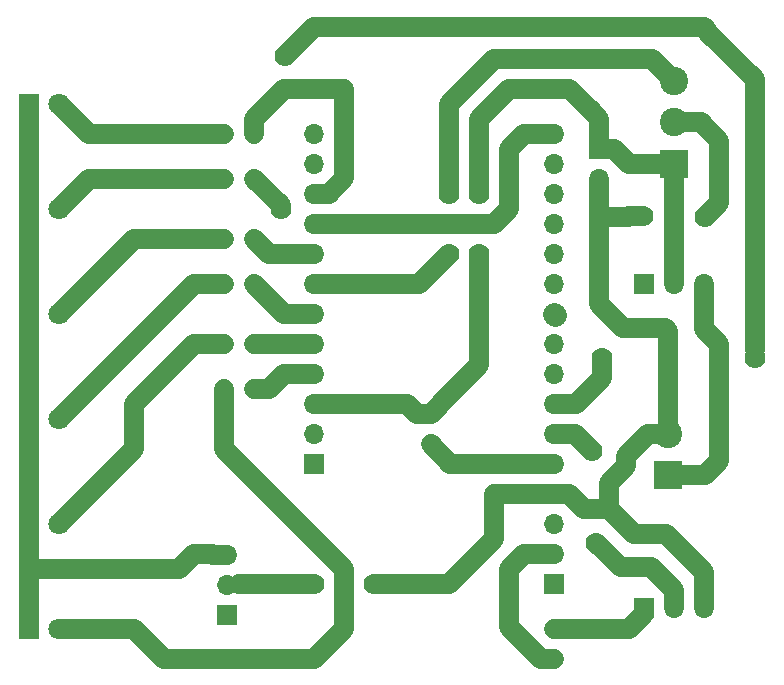
<source format=gbr>
G04 #@! TF.GenerationSoftware,KiCad,Pcbnew,5.1.2-f72e74a~84~ubuntu18.04.1*
G04 #@! TF.CreationDate,2020-03-17T13:19:11-04:00*
G04 #@! TF.ProjectId,knuth-gateway,6b6e7574-682d-4676-9174-657761792e6b,rev?*
G04 #@! TF.SameCoordinates,Original*
G04 #@! TF.FileFunction,Copper,L2,Bot*
G04 #@! TF.FilePolarity,Positive*
%FSLAX46Y46*%
G04 Gerber Fmt 4.6, Leading zero omitted, Abs format (unit mm)*
G04 Created by KiCad (PCBNEW 5.1.2-f72e74a~84~ubuntu18.04.1) date 2020-03-17 13:19:11*
%MOMM*%
%LPD*%
G04 APERTURE LIST*
%ADD10O,1.600000X1.600000*%
%ADD11C,1.600000*%
%ADD12O,1.700000X1.700000*%
%ADD13R,1.700000X1.700000*%
%ADD14R,2.400000X2.400000*%
%ADD15C,2.400000*%
%ADD16C,1.800000*%
%ADD17R,1.800000X1.800000*%
%ADD18C,1.778000*%
%ADD19C,1.700000*%
%ADD20C,1.905000*%
G04 APERTURE END LIST*
D10*
X49530000Y-54610000D03*
D11*
X49530000Y-57150000D03*
D12*
X21831300Y-48336200D03*
X21831300Y-50876200D03*
D13*
X21831300Y-53416200D03*
X57099200Y-52844700D03*
D12*
X59639200Y-52844700D03*
X62179200Y-52844700D03*
D14*
X59131200Y-41643300D03*
D15*
X59131200Y-38143300D03*
D10*
X44450000Y-43180000D03*
D11*
X44450000Y-40640000D03*
D10*
X39052500Y-38989000D03*
D11*
X39052500Y-36449000D03*
D10*
X21590000Y-12700000D03*
D11*
X24130000Y-12700000D03*
D10*
X21590000Y-16510000D03*
D11*
X24130000Y-16510000D03*
D10*
X21590000Y-21590000D03*
D11*
X24130000Y-21590000D03*
D10*
X21590000Y-25400000D03*
D11*
X24130000Y-25400000D03*
D10*
X21590000Y-34290000D03*
D11*
X24130000Y-34290000D03*
D10*
X21590000Y-30480000D03*
D11*
X24130000Y-30480000D03*
D13*
X49530000Y-50800000D03*
D12*
X49530000Y-48260000D03*
X49530000Y-45720000D03*
X49530000Y-43180000D03*
X49530000Y-40640000D03*
X49530000Y-38100000D03*
X49530000Y-35560000D03*
X49530000Y-33020000D03*
X49530000Y-30480000D03*
X49530000Y-27940000D03*
X49530000Y-25400000D03*
X49530000Y-22860000D03*
X49530000Y-20320000D03*
X49530000Y-17780000D03*
X49530000Y-15240000D03*
X49530000Y-12700000D03*
D13*
X29210000Y-40640000D03*
D12*
X29210000Y-38100000D03*
X29210000Y-35560000D03*
X29210000Y-33020000D03*
X29210000Y-30480000D03*
X29210000Y-27940000D03*
X29210000Y-25400000D03*
X29210000Y-22860000D03*
X29210000Y-20320000D03*
X29210000Y-17780000D03*
X29210000Y-15240000D03*
X29210000Y-12700000D03*
D16*
X7620000Y-54610000D03*
D17*
X5080000Y-54610000D03*
X5080000Y-45720000D03*
D16*
X7620000Y-45720000D03*
X7620000Y-36830000D03*
D17*
X5080000Y-36830000D03*
X5080000Y-27940000D03*
D16*
X7620000Y-27940000D03*
X7620000Y-19050000D03*
D17*
X5080000Y-19050000D03*
X5080000Y-10160000D03*
D16*
X7620000Y-10160000D03*
D12*
X53340000Y-16510000D03*
D13*
X53340000Y-13970000D03*
D15*
X59690000Y-8240000D03*
X59690000Y-11740000D03*
D14*
X59690000Y-15240000D03*
D13*
X57150000Y-25400000D03*
D12*
X59690000Y-25400000D03*
X62230000Y-25400000D03*
D18*
X62306200Y-19748500D03*
X57073800Y-19710400D03*
X34290000Y-50800000D03*
X29210000Y-50800000D03*
X40640000Y-22860000D03*
X40640000Y-17780000D03*
X43180000Y-22860000D03*
X43180000Y-17780000D03*
X52717700Y-39547800D03*
X53060600Y-47332900D03*
X53581300Y-31711900D03*
X66509900Y-31661100D03*
X26733500Y-6096000D03*
X26352500Y-19050000D03*
D19*
X61920000Y-11740000D02*
X59690000Y-11740000D01*
X63500000Y-13320000D02*
X61920000Y-11740000D01*
X49530000Y-43180000D02*
X44450000Y-43180000D01*
X44450000Y-43180000D02*
X44450000Y-46990000D01*
X44450000Y-46990000D02*
X40640000Y-50800000D01*
X40640000Y-50800000D02*
X34290000Y-50800000D01*
X22860000Y-50800000D02*
X29210000Y-50800000D01*
X57800000Y-6350000D02*
X59690000Y-8240000D01*
X44450000Y-6350000D02*
X57800000Y-6350000D01*
X44450000Y-6350000D02*
X43180000Y-7620000D01*
X43180000Y-7620000D02*
X40640000Y-10160000D01*
X40640000Y-10160000D02*
X40640000Y-17780000D01*
X38100000Y-25400000D02*
X40640000Y-22860000D01*
X29210000Y-25400000D02*
X38100000Y-25400000D01*
D20*
X49606200Y-28016200D02*
X49530000Y-27940000D01*
D19*
X58864500Y-29146500D02*
X55372000Y-29146500D01*
X55372000Y-29146500D02*
X53340000Y-27114500D01*
X50732081Y-43180000D02*
X52014781Y-44462700D01*
X49530000Y-43180000D02*
X50732081Y-43180000D01*
X52014781Y-44462700D02*
X52387022Y-44462700D01*
X52014781Y-44462700D02*
X54165500Y-44462700D01*
X54165500Y-44462700D02*
X56273700Y-46570900D01*
X56273700Y-46570900D02*
X58953400Y-46570900D01*
X62179200Y-49796700D02*
X62179200Y-52844700D01*
X58953400Y-46570900D02*
X62179200Y-49796700D01*
X54165500Y-44462700D02*
X54165500Y-42240200D01*
X57434144Y-38143300D02*
X55587900Y-39989544D01*
X59131200Y-38143300D02*
X57434144Y-38143300D01*
X59131200Y-29413200D02*
X59131200Y-38143300D01*
X58864500Y-29146500D02*
X59131200Y-29413200D01*
X55587900Y-40817800D02*
X54165500Y-42240200D01*
X55587900Y-39989544D02*
X55587900Y-40817800D01*
X63195199Y-18859501D02*
X62306200Y-19748500D01*
X63500000Y-18554700D02*
X63195199Y-18859501D01*
X63500000Y-13320000D02*
X63500000Y-18554700D01*
X55765765Y-19761200D02*
X53340000Y-19761200D01*
X55816565Y-19710400D02*
X55765765Y-19761200D01*
X57073800Y-19710400D02*
X55816565Y-19710400D01*
X53340000Y-27114500D02*
X53340000Y-19761200D01*
X53340000Y-19761200D02*
X53340000Y-16510000D01*
X29210000Y-30480000D02*
X25400000Y-30480000D01*
X25400000Y-30480000D02*
X24130000Y-30480000D01*
X39370000Y-20320000D02*
X29210000Y-20320000D01*
X45720000Y-13970000D02*
X45720000Y-19050000D01*
X44450000Y-20320000D02*
X39370000Y-20320000D01*
X49530000Y-12700000D02*
X46990000Y-12700000D01*
X45720000Y-19050000D02*
X44450000Y-20320000D01*
X46990000Y-12700000D02*
X45720000Y-13970000D01*
X63500000Y-40424100D02*
X62280800Y-41643300D01*
X63500000Y-30480000D02*
X63500000Y-40424100D01*
X62230000Y-25400000D02*
X62230000Y-29210000D01*
X62280800Y-41643300D02*
X59131200Y-41643300D01*
X62230000Y-29210000D02*
X63500000Y-30480000D01*
X29210000Y-33020000D02*
X26670000Y-33020000D01*
X25400000Y-34290000D02*
X24130000Y-34290000D01*
X26670000Y-33020000D02*
X25400000Y-34290000D01*
X26670000Y-27940000D02*
X24130000Y-25400000D01*
X29210000Y-27940000D02*
X26670000Y-27940000D01*
X25400000Y-22860000D02*
X24130000Y-21590000D01*
X29210000Y-22860000D02*
X25400000Y-22860000D01*
X24130000Y-11430000D02*
X24130000Y-12700000D01*
X26670000Y-8890000D02*
X24130000Y-11430000D01*
X26670000Y-8890000D02*
X31750000Y-8890000D01*
X30412081Y-17780000D02*
X31750000Y-16442081D01*
X29210000Y-17780000D02*
X30412081Y-17780000D01*
X31750000Y-16442081D02*
X31750000Y-8890000D01*
X31750000Y-35560000D02*
X29210000Y-35560000D01*
X59690000Y-15240000D02*
X59690000Y-25400000D01*
X53340000Y-11420000D02*
X53330000Y-11420000D01*
X53330000Y-11420000D02*
X52709990Y-10799990D01*
X52709990Y-10799990D02*
X50800000Y-8890000D01*
X50800000Y-8890000D02*
X45720000Y-8890000D01*
X45720000Y-8890000D02*
X43180000Y-11430000D01*
X43180000Y-11430000D02*
X43180000Y-17780000D01*
X55880000Y-15240000D02*
X54610000Y-13970000D01*
X59690000Y-15240000D02*
X55880000Y-15240000D01*
X54610000Y-13970000D02*
X53340000Y-13970000D01*
X53340000Y-13970000D02*
X53340000Y-11420000D01*
X37032130Y-35560000D02*
X31750000Y-35560000D01*
X37921130Y-36449000D02*
X37032130Y-35560000D01*
X39052500Y-36449000D02*
X37921130Y-36449000D01*
X39852499Y-35649001D02*
X39852499Y-35585501D01*
X39052500Y-36449000D02*
X39852499Y-35649001D01*
X43180000Y-32258000D02*
X43180000Y-22860000D01*
X39852499Y-35585501D02*
X43180000Y-32258000D01*
X48398630Y-57150000D02*
X45720000Y-54471370D01*
X49530000Y-57150000D02*
X48398630Y-57150000D01*
X45720000Y-54471370D02*
X45720000Y-49530000D01*
X46990000Y-48260000D02*
X49530000Y-48260000D01*
X45720000Y-49530000D02*
X46990000Y-48260000D01*
X49530000Y-40640000D02*
X44450000Y-40640000D01*
X40703500Y-40640000D02*
X39052500Y-38989000D01*
X44450000Y-40640000D02*
X40703500Y-40640000D01*
X49530000Y-38100000D02*
X51269900Y-38100000D01*
X51269900Y-38100000D02*
X52717700Y-39547800D01*
X55156100Y-49428400D02*
X53060600Y-47332900D01*
X59639200Y-52844700D02*
X59639200Y-51320700D01*
X57746900Y-49428400D02*
X55156100Y-49428400D01*
X59639200Y-51320700D02*
X57746900Y-49428400D01*
X66484500Y-30988000D02*
X66484500Y-8064500D01*
X66484500Y-8064500D02*
X62484000Y-4064000D01*
X26352500Y-18732500D02*
X24130000Y-16510000D01*
X26352500Y-19050000D02*
X26352500Y-18732500D01*
X28321000Y-4508500D02*
X26733500Y-6096000D01*
X62484000Y-4064000D02*
X62484000Y-3949700D01*
X62484000Y-3949700D02*
X62166500Y-3632200D01*
X29197300Y-3632200D02*
X28321000Y-4508500D01*
X62166500Y-3632200D02*
X29197300Y-3632200D01*
X53581300Y-33350200D02*
X53581300Y-31711900D01*
X49530000Y-35560000D02*
X51371500Y-35560000D01*
X51371500Y-35560000D02*
X53581300Y-33350200D01*
X13970000Y-54610000D02*
X16510000Y-57150000D01*
X7620000Y-54610000D02*
X13970000Y-54610000D01*
X29210000Y-57150000D02*
X31750000Y-54610000D01*
X16510000Y-57150000D02*
X29210000Y-57150000D01*
X21590000Y-39370000D02*
X21590000Y-34290000D01*
X31750000Y-54610000D02*
X31750000Y-49530000D01*
X31750000Y-49530000D02*
X21590000Y-39370000D01*
X21590000Y-30480000D02*
X19050000Y-30480000D01*
X7620000Y-45720000D02*
X13970000Y-39370000D01*
X13970000Y-35560000D02*
X19050000Y-30480000D01*
X13970000Y-39370000D02*
X13970000Y-35560000D01*
X21590000Y-25400000D02*
X19050000Y-25400000D01*
X19050000Y-25400000D02*
X7620000Y-36830000D01*
X13970000Y-21590000D02*
X7620000Y-27940000D01*
X21590000Y-21590000D02*
X13970000Y-21590000D01*
X10160000Y-16510000D02*
X7620000Y-19050000D01*
X21590000Y-16510000D02*
X10160000Y-16510000D01*
X10160000Y-12700000D02*
X7620000Y-10160000D01*
X21590000Y-12700000D02*
X10160000Y-12700000D01*
X5080000Y-54610000D02*
X5080000Y-49530000D01*
X5080000Y-49530000D02*
X5080000Y-45720000D01*
X5080000Y-45720000D02*
X5080000Y-36830000D01*
X5080000Y-27940000D02*
X5080000Y-36830000D01*
X5080000Y-27940000D02*
X5080000Y-19050000D01*
X5080000Y-19050000D02*
X5080000Y-10160000D01*
X5080000Y-49530000D02*
X17780000Y-49530000D01*
X21831300Y-48336200D02*
X20629219Y-48336200D01*
X20629219Y-48336200D02*
X20553019Y-48260000D01*
X20553019Y-48260000D02*
X19050000Y-48260000D01*
X17780000Y-49530000D02*
X19050000Y-48260000D01*
X57099200Y-53403500D02*
X57099200Y-52844700D01*
X49530000Y-54610000D02*
X55892700Y-54610000D01*
X55892700Y-54610000D02*
X57099200Y-53403500D01*
M02*

</source>
